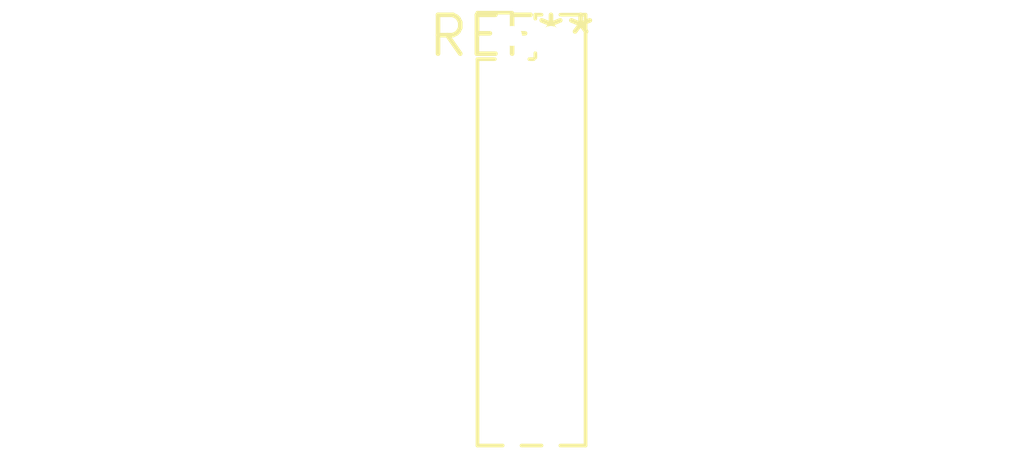
<source format=kicad_pcb>
(kicad_pcb (version 20240108) (generator pcbnew)
  (layers (0 "F.Cu" signal) (31 "B.Cu" signal) (34 "B.Paste" user) (35 "F.Paste" user) (36 "B.SilkS" user "B.Silkscreen") (37 "F.SilkS" user "F.Silkscreen") (38 "B.Mask" user) (39 "F.Mask" user) (44 "Edge.Cuts" user))
  (net 0 "")
  (footprint "PinHeader_2x11_P1.27mm_Vertical" (layer "F.Cu") (at 0 0)
    (property "Reference" "REF**")
    (property "Value" "PinHeader_2x11_P1.27mm_Vertical")
    (fp_line (start -1.13 -0.76) (end 0 -0.76) (layer "F.SilkS") (stroke (width 0.12)))
    (fp_line (start -1.13 0) (end -1.13 -0.76) (layer "F.SilkS") (stroke (width 0.12)))
    (fp_line (start -1.13 0.76) (end -1.13 13.395) (layer "F.SilkS") (stroke (width 0.12)))
    (fp_line (start -1.13 0.76) (end -0.563471 0.76) (layer "F.SilkS") (stroke (width 0.12)))
    (fp_line (start -1.13 13.395) (end -0.30753 13.395) (layer "F.SilkS") (stroke (width 0.12)))
    (fp_line (start 0.30753 13.395) (end 0.96247 13.395) (layer "F.SilkS") (stroke (width 0.12)))
    (fp_line (start 0.563471 0.76) (end 0.706529 0.76) (layer "F.SilkS") (stroke (width 0.12)))
    (fp_line (start 0.76 -0.695) (end 0.96247 -0.695) (layer "F.SilkS") (stroke (width 0.12)))
    (fp_line (start 0.76 -0.563471) (end 0.76 -0.695) (layer "F.SilkS") (stroke (width 0.12)))
    (fp_line (start 0.76 0.706529) (end 0.76 0.563471) (layer "F.SilkS") (stroke (width 0.12)))
    (fp_line (start 1.57753 -0.695) (end 2.4 -0.695) (layer "F.SilkS") (stroke (width 0.12)))
    (fp_line (start 1.57753 13.395) (end 2.4 13.395) (layer "F.SilkS") (stroke (width 0.12)))
    (fp_line (start 2.4 -0.695) (end 2.4 13.395) (layer "F.SilkS") (stroke (width 0.12)))
    (pad "1" thru_hole rect (at 0 0) (size 1 1) (drill 0.65) (layers *.Cu *.Mask) (remove_unused_layers))
    (pad "2" thru_hole oval (at 1.27 0) (size 1 1) (drill 0.65) (layers *.Cu *.Mask) (remove_unused_layers))
    (pad "3" thru_hole oval (at 0 1.27) (size 1 1) (drill 0.65) (layers *.Cu *.Mask) (remove_unused_layers))
    (pad "4" thru_hole oval (at 1.27 1.27) (size 1 1) (drill 0.65) (layers *.Cu *.Mask) (remove_unused_layers))
    (pad "5" thru_hole oval (at 0 2.54) (size 1 1) (drill 0.65) (layers *.Cu *.Mask) (remove_unused_layers))
    (pad "6" thru_hole oval (at 1.27 2.54) (size 1 1) (drill 0.65) (layers *.Cu *.Mask) (remove_unused_layers))
    (pad "7" thru_hole oval (at 0 3.81) (size 1 1) (drill 0.65) (layers *.Cu *.Mask) (remove_unused_layers))
    (pad "8" thru_hole oval (at 1.27 3.81) (size 1 1) (drill 0.65) (layers *.Cu *.Mask) (remove_unused_layers))
    (pad "9" thru_hole oval (at 0 5.08) (size 1 1) (drill 0.65) (layers *.Cu *.Mask) (remove_unused_layers))
    (pad "10" thru_hole oval (at 1.27 5.08) (size 1 1) (drill 0.65) (layers *.Cu *.Mask) (remove_unused_layers))
    (pad "11" thru_hole oval (at 0 6.35) (size 1 1) (drill 0.65) (layers *.Cu *.Mask) (remove_unused_layers))
    (pad "12" thru_hole oval (at 1.27 6.35) (size 1 1) (drill 0.65) (layers *.Cu *.Mask) (remove_unused_layers))
    (pad "13" thru_hole oval (at 0 7.62) (size 1 1) (drill 0.65) (layers *.Cu *.Mask) (remove_unused_layers))
    (pad "14" thru_hole oval (at 1.27 7.62) (size 1 1) (drill 0.65) (layers *.Cu *.Mask) (remove_unused_layers))
    (pad "15" thru_hole oval (at 0 8.89) (size 1 1) (drill 0.65) (layers *.Cu *.Mask) (remove_unused_layers))
    (pad "16" thru_hole oval (at 1.27 8.89) (size 1 1) (drill 0.65) (layers *.Cu *.Mask) (remove_unused_layers))
    (pad "17" thru_hole oval (at 0 10.16) (size 1 1) (drill 0.65) (layers *.Cu *.Mask) (remove_unused_layers))
    (pad "18" thru_hole oval (at 1.27 10.16) (size 1 1) (drill 0.65) (layers *.Cu *.Mask) (remove_unused_layers))
    (pad "19" thru_hole oval (at 0 11.43) (size 1 1) (drill 0.65) (layers *.Cu *.Mask) (remove_unused_layers))
    (pad "20" thru_hole oval (at 1.27 11.43) (size 1 1) (drill 0.65) (layers *.Cu *.Mask) (remove_unused_layers))
    (pad "21" thru_hole oval (at 0 12.7) (size 1 1) (drill 0.65) (layers *.Cu *.Mask) (remove_unused_layers))
    (pad "22" thru_hole oval (at 1.27 12.7) (size 1 1) (drill 0.65) (layers *.Cu *.Mask) (remove_unused_layers))
  )
)
</source>
